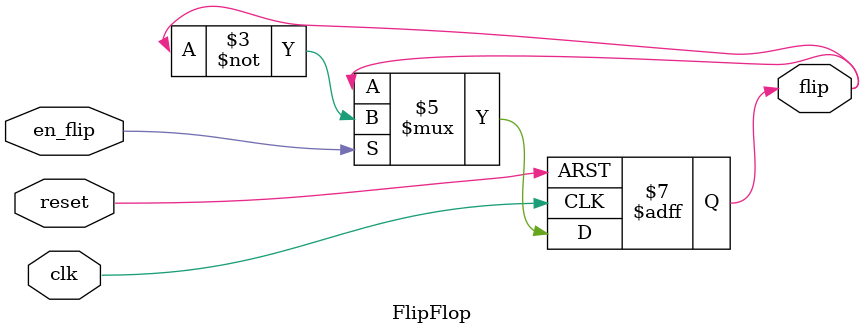
<source format=v>
module FlipFlop(clk, reset, en_flip, flip);
	input clk;
	input reset;
	input en_flip;
	
	output flip;
	reg flip = 0;

	always @(negedge reset or negedge clk) begin
		 if (reset == 1'b0)
			  flip <= 0;
		 else if(en_flip)
			  flip <= ~flip;
	end
endmodule
</source>
